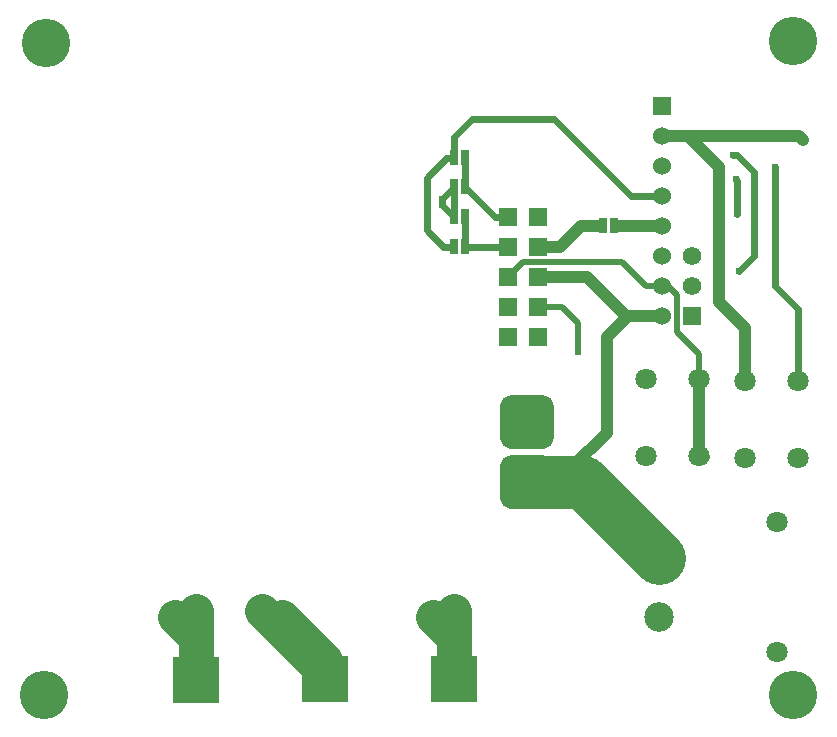
<source format=gbl>
G04 Layer: BottomLayer*
G04 EasyEDA v6.5.39, 2024-01-09 23:26:39*
G04 412fee2aba674f6794ce960f83f023ec,7c1e8d740ba24e6f83eb2d53d3341807,10*
G04 Gerber Generator version 0.2*
G04 Scale: 100 percent, Rotated: No, Reflected: No *
G04 Dimensions in millimeters *
G04 leading zeros omitted , absolute positions ,4 integer and 5 decimal *
%FSLAX45Y45*%
%MOMM*%

%AMMACRO1*21,1,$1,$2,0,0,$3*%
%ADD10C,0.5000*%
%ADD11C,4.5000*%
%ADD12C,1.0000*%
%ADD13C,0.6000*%
%ADD14C,2.0000*%
%ADD15C,3.0000*%
%ADD16MACRO1,0.635X1.27X0.0000*%
%ADD17C,1.5748*%
%ADD18R,1.5748X1.5748*%
%ADD19R,1.5240X1.5240*%
%ADD20C,1.5240*%
%ADD21C,1.8000*%
%ADD22C,2.5000*%
%ADD23R,4.0000X4.0000*%
%ADD24R,1.5750X1.5750*%
%ADD25C,4.1000*%
%ADD26C,0.6200*%

%LPD*%
D10*
X3073400Y723900D02*
G01*
X3124200Y723900D01*
X3200400Y647700D01*
X3200400Y330200D01*
X3387343Y143255D01*
X3387343Y-68834D01*
D11*
X1930400Y-939800D02*
G01*
X2403093Y-939800D01*
X3043174Y-1579879D01*
D12*
X3073400Y1993900D02*
G01*
X4229100Y1993900D01*
X4267200Y1955800D01*
D13*
X3708400Y1333500D02*
G01*
X3708400Y1612900D01*
X3695700Y1625600D01*
D12*
X3775456Y-81534D02*
G01*
X3775456Y364744D01*
X3556000Y584200D01*
X3556000Y1727200D01*
X3289300Y1993900D01*
X3073400Y1993900D01*
D13*
X3721100Y850900D02*
G01*
X3848100Y977900D01*
X3848100Y1689100D01*
X3708400Y1828800D01*
X3670300Y1828800D01*
X4225543Y-81534D02*
G01*
X4225543Y524255D01*
X4025900Y723900D01*
X4025900Y1727200D01*
D12*
X2019300Y1054100D02*
G01*
X2209800Y1054100D01*
X2387600Y1231900D01*
X2527300Y1231900D01*
D10*
X2019300Y546100D02*
G01*
X2222500Y546100D01*
X2362200Y406400D01*
X2362200Y165100D01*
D12*
X2057400Y-812800D02*
G01*
X2311400Y-812800D01*
X2603500Y-520700D01*
X2603500Y292100D01*
X2781300Y469900D01*
X3073400Y469900D01*
X2019300Y800100D02*
G01*
X2438400Y800100D01*
X2768600Y469900D01*
X3073400Y469900D01*
D10*
X3073400Y723900D02*
G01*
X2933700Y723900D01*
X2730500Y927100D01*
X1892300Y927100D01*
X1765300Y800100D01*
D14*
X1803397Y-304800D02*
G01*
X2057394Y-304800D01*
X1803397Y-558800D02*
G01*
X1803397Y-304800D01*
X2057394Y-558815D02*
G01*
X1803397Y-558800D01*
X2057394Y-304800D02*
G01*
X2057394Y-558815D01*
X1803397Y-304800D02*
G01*
X2057394Y-558797D01*
X1803400Y-1066800D02*
G01*
X1803412Y-812800D01*
X2057400Y-1066800D02*
G01*
X1803400Y-1066800D01*
X2057400Y-812810D02*
G01*
X2057400Y-1066800D01*
X1803412Y-812800D02*
G01*
X2057400Y-812810D01*
D15*
X-876297Y-2031994D02*
G01*
X-876297Y-2616200D01*
X-317500Y-2031994D02*
G01*
X215900Y-2565394D01*
X215900Y-2603500D01*
X1308097Y-2031994D02*
G01*
X1308097Y-2603500D01*
D14*
X1803425Y-812800D02*
G01*
X1803425Y-812825D01*
X2057400Y-1066800D01*
D12*
X3387293Y-68706D02*
G01*
X3387293Y-682193D01*
X3429000Y-723900D01*
D15*
X-876297Y-2260295D02*
G01*
X-876297Y-2260295D01*
X-876297Y-2616200D01*
X-1054097Y-2082495D02*
G01*
X-876297Y-2260295D01*
X68559Y-2294054D02*
G01*
X215900Y-2441394D01*
X215900Y-2603500D01*
X-142999Y-2082495D02*
G01*
X68559Y-2294054D01*
X1308097Y-2260295D02*
G01*
X1308097Y-2260295D01*
X1308097Y-2603500D01*
X1130297Y-2082495D02*
G01*
X1308097Y-2260295D01*
D12*
X3073400Y1231900D02*
G01*
X2717800Y1231900D01*
D13*
X1404620Y1054100D02*
G01*
X1765300Y1054100D01*
X1404620Y1054100D02*
G01*
X1404620Y1308100D01*
X1313179Y1308100D02*
G01*
X1313179Y1562100D01*
X1404620Y1562100D02*
G01*
X1404620Y1803400D01*
X1404620Y1562100D02*
G01*
X1658620Y1308100D01*
X1765300Y1308100D01*
X1313179Y1803400D02*
G01*
X1313179Y1986279D01*
X1460500Y2133600D01*
X2159000Y2133600D01*
X2806700Y1485900D01*
X3073400Y1485900D01*
X1313179Y1054100D02*
G01*
X1219200Y1054100D01*
X1079500Y1193800D01*
X1079500Y1638300D01*
X1244600Y1803400D01*
X1313179Y1803400D01*
X1206500Y1409700D02*
G01*
X1206500Y1409700D01*
X1308100Y1308100D01*
X1313179Y1308100D01*
X1206500Y1455420D02*
G01*
X1206500Y1455420D01*
X1206500Y1409700D01*
X1313179Y1562100D02*
G01*
X1206500Y1455420D01*
D16*
G01*
X1404620Y1308100D03*
G01*
X1313179Y1308100D03*
G01*
X1404620Y1562100D03*
G01*
X1313179Y1562100D03*
G01*
X1404620Y1054100D03*
G01*
X1313179Y1054100D03*
G01*
X1404620Y1803400D03*
G01*
X1313179Y1803400D03*
G01*
X2570479Y1231900D03*
G01*
X2661920Y1231900D03*
D17*
G01*
X3327400Y977900D03*
G01*
X3327400Y723900D03*
D18*
G01*
X3327400Y469900D03*
G01*
X2019300Y546100D03*
G01*
X2019300Y292100D03*
G01*
X1765300Y292100D03*
G01*
X2019300Y800100D03*
G01*
X1803397Y-558800D03*
G01*
X1803400Y-1066800D03*
G01*
X1130300Y-2082495D03*
G01*
X-143002Y-2082495D03*
G01*
X-1054100Y-2082495D03*
G01*
X2057400Y-1066800D03*
G01*
X2057394Y-304800D03*
G01*
X1803412Y-812800D03*
G01*
X1803397Y-304800D03*
D19*
G01*
X3073400Y2247900D03*
D20*
G01*
X3073400Y1993900D03*
G01*
X3073400Y1739900D03*
G01*
X3073400Y1485900D03*
G01*
X3073400Y1231900D03*
G01*
X3073400Y977900D03*
G01*
X3073400Y723900D03*
G01*
X3073400Y469900D03*
D21*
G01*
X2937306Y-718693D03*
G01*
X2937306Y-68706D03*
G01*
X3387293Y-718693D03*
G01*
X3387293Y-68706D03*
G01*
X3775506Y-731393D03*
G01*
X3775506Y-81406D03*
G01*
X4225493Y-731393D03*
G01*
X4225493Y-81406D03*
D22*
G01*
X3043300Y-2078812D03*
G01*
X3043300Y-1578813D03*
D21*
G01*
X4043299Y-1278813D03*
G01*
X4043299Y-2378811D03*
D18*
G01*
X2057394Y-558815D03*
G01*
X2057400Y-812810D03*
G01*
X1765300Y546100D03*
G01*
X1765300Y800100D03*
D23*
G01*
X-876300Y-2616200D03*
G01*
X215900Y-2603500D03*
G01*
X1308100Y-2603500D03*
D18*
G01*
X-876300Y-2032000D03*
G01*
X-317500Y-2032000D03*
G01*
X1308100Y-2032000D03*
G01*
X1765300Y1054100D03*
G01*
X1765300Y1308100D03*
G01*
X2019300Y1307998D03*
D24*
G01*
X2019300Y1054100D03*
D25*
G01*
X4178300Y-2743200D03*
G01*
X4178300Y2794000D03*
G01*
X-2146300Y2781300D03*
G01*
X-2159000Y-2743200D03*
D26*
G01*
X1308100Y-2260295D03*
G01*
X68554Y-2294051D03*
G01*
X-876300Y-2260295D03*
G01*
X-711200Y-2781300D03*
G01*
X-1041400Y-2781300D03*
G01*
X-711200Y-2451100D03*
G01*
X-1041400Y-2451100D03*
G01*
X381000Y-2768600D03*
G01*
X50800Y-2768600D03*
G01*
X381000Y-2438400D03*
G01*
X50800Y-2438400D03*
G01*
X1473200Y-2768600D03*
G01*
X1143000Y-2768600D03*
G01*
X1473200Y-2438400D03*
G01*
X1143000Y-2438400D03*
G01*
X1206500Y1455420D03*
G01*
X1206500Y1409700D03*
G01*
X4025900Y1727200D03*
G01*
X3721100Y850900D03*
G01*
X3670300Y1828800D03*
G01*
X3708400Y1333500D03*
G01*
X3695700Y1625600D03*
G01*
X4267200Y1955800D03*
G01*
X2362200Y165100D03*
M02*

</source>
